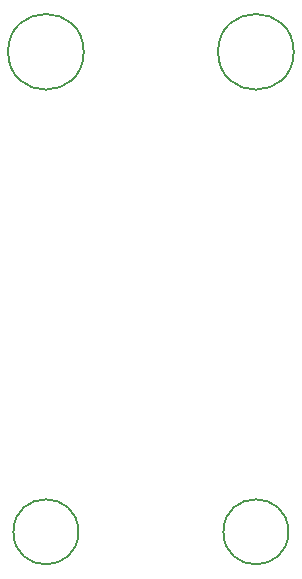
<source format=gbr>
%TF.GenerationSoftware,KiCad,Pcbnew,(6.0.9-0)*%
%TF.CreationDate,2024-06-20T10:44:06+02:00*%
%TF.ProjectId,follower-board,666f6c6c-6f77-4657-922d-626f6172642e,rev?*%
%TF.SameCoordinates,Original*%
%TF.FileFunction,Other,Comment*%
%FSLAX46Y46*%
G04 Gerber Fmt 4.6, Leading zero omitted, Abs format (unit mm)*
G04 Created by KiCad (PCBNEW (6.0.9-0)) date 2024-06-20 10:44:06*
%MOMM*%
%LPD*%
G01*
G04 APERTURE LIST*
%ADD10C,0.150000*%
G04 APERTURE END LIST*
D10*
%TO.C,H2*%
X56540000Y-43180000D02*
G75*
G03*
X56540000Y-43180000I-3200000J0D01*
G01*
%TO.C,H3*%
X73870000Y-83820000D02*
G75*
G03*
X73870000Y-83820000I-2750000J0D01*
G01*
%TO.C,H1*%
X56090000Y-83820000D02*
G75*
G03*
X56090000Y-83820000I-2750000J0D01*
G01*
%TO.C,H4*%
X74320000Y-43180000D02*
G75*
G03*
X74320000Y-43180000I-3200000J0D01*
G01*
%TD*%
M02*

</source>
